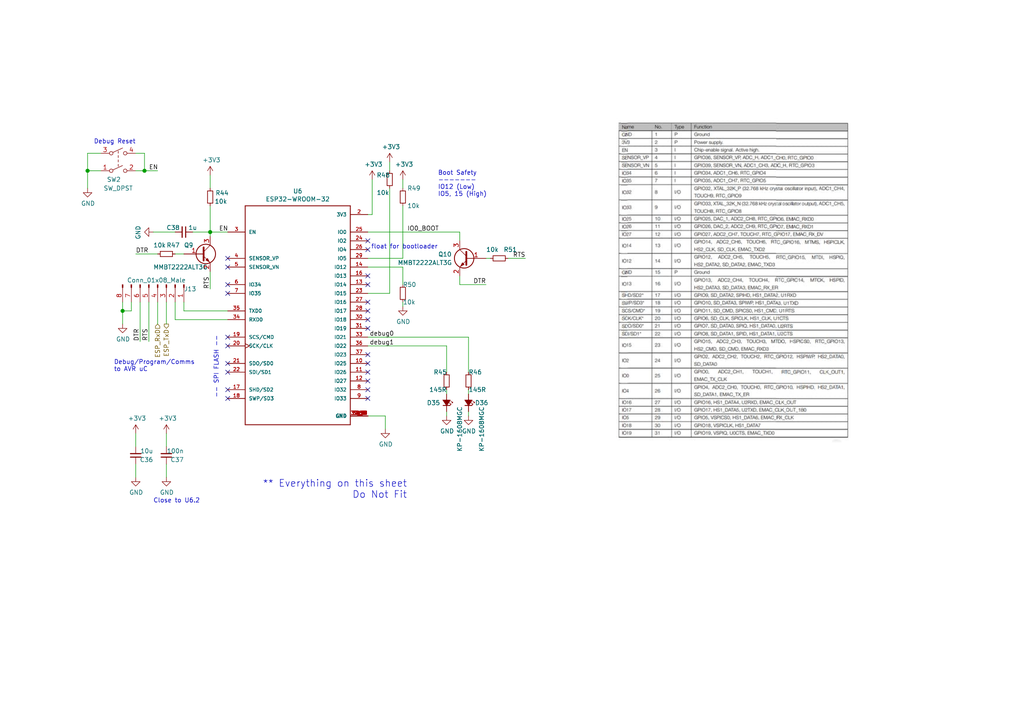
<source format=kicad_sch>
(kicad_sch (version 20231120) (generator "eeschema") (generator_version "8.0")
  (paper "A4")
  (title_block (title "Smart Desk Main PCB") (date "2024-06-14") (rev "1.0") (comment 1 "D.Rowntree"))
  (lib_symbols
    (symbol "Connector:Conn_01x08_Male" (pin_names (offset 1.016) hide)
      (property "Reference" "J" (at 0 10.16 0))
      (property "Value" "Conn_01x08_Male" (at 0 -12.7 0))
      (symbol "Conn_01x08_Male_1_1"
        (polyline (pts (xy 1.27 -10.16) (xy 0.8636 -10.16)) (stroke (width 0.1524)))
        (polyline (pts (xy 1.27 -7.62) (xy 0.8636 -7.62)) (stroke (width 0.1524)))
        (polyline (pts (xy 1.27 -5.08) (xy 0.8636 -5.08)) (stroke (width 0.1524)))
        (polyline (pts (xy 1.27 -2.54) (xy 0.8636 -2.54)) (stroke (width 0.1524)))
        (polyline (pts (xy 1.27 0) (xy 0.8636 0)) (stroke (width 0.1524)))
        (polyline (pts (xy 1.27 2.54) (xy 0.8636 2.54)) (stroke (width 0.1524)))
        (polyline (pts (xy 1.27 5.08) (xy 0.8636 5.08)) (stroke (width 0.1524)))
        (polyline (pts (xy 1.27 7.62) (xy 0.8636 7.62)) (stroke (width 0.1524)))
        (rectangle (start 0.8636 -10.033) (end 0 -10.287) (stroke (width 0.1524)) (fill (type outline)))
        (rectangle (start 0.8636 -7.493) (end 0 -7.747) (stroke (width 0.1524)) (fill (type outline)))
        (rectangle (start 0.8636 -4.953) (end 0 -5.207) (stroke (width 0.1524)) (fill (type outline)))
        (rectangle (start 0.8636 -2.413) (end 0 -2.667) (stroke (width 0.1524)) (fill (type outline)))
        (rectangle (start 0.8636 0.127) (end 0 -0.127) (stroke (width 0.1524)) (fill (type outline)))
        (rectangle (start 0.8636 2.667) (end 0 2.413) (stroke (width 0.1524)) (fill (type outline)))
        (rectangle (start 0.8636 5.207) (end 0 4.953) (stroke (width 0.1524)) (fill (type outline)))
        (rectangle (start 0.8636 7.747) (end 0 7.493) (stroke (width 0.1524)) (fill (type outline)))
        (pin passive line (at 5.08 7.62 180) (length 3.81) (name "Pin_1") (number "1"))
        (pin passive line (at 5.08 5.08 180) (length 3.81) (name "Pin_2") (number "2"))
        (pin passive line (at 5.08 2.54 180) (length 3.81) (name "Pin_3") (number "3"))
        (pin passive line (at 5.08 0 180) (length 3.81) (name "Pin_4") (number "4"))
        (pin passive line (at 5.08 -2.54 180) (length 3.81) (name "Pin_5") (number "5"))
        (pin passive line (at 5.08 -5.08 180) (length 3.81) (name "Pin_6") (number "6"))
        (pin passive line (at 5.08 -7.62 180) (length 3.81) (name "Pin_7") (number "7"))
        (pin passive line (at 5.08 -10.16 180) (length 3.81) (name "Pin_8") (number "8"))
      )
    )
    (symbol "Device:C_Small" (pin_numbers hide) (pin_names (offset 0.254) hide)
      (property "Reference" "C" (at 0.254 1.778 0))
      (property "Value" "C_Small" (at 0.254 -2.032 0))
      (symbol "C_Small_0_1"
        (polyline (pts (xy -1.524 -0.508) (xy 1.524 -0.508)) (stroke (width 0.3302)))
        (polyline (pts (xy -1.524 0.508) (xy 1.524 0.508)) (stroke (width 0.3048)))
      )
      (symbol "C_Small_1_1"
        (pin passive line (at 0 2.54 270) (length 2.032) (name "~") (number "1"))
        (pin passive line (at 0 -2.54 90) (length 2.032) (name "~") (number "2"))
      )
    )
    (symbol "Device:LED_Small_ALT" (pin_numbers hide) (pin_names (offset 0.254) hide)
      (property "Reference" "D" (at -1.27 3.175 0))
      (property "Value" "LED_Small_ALT" (at -4.445 -2.54 0))
      (symbol "LED_Small_ALT_0_1"
        (polyline (pts (xy -0.762 -1.016) (xy -0.762 1.016)) (stroke (width 0.254)))
        (polyline (pts (xy 1.016 0) (xy -0.762 0)))
        (polyline (pts (xy 0.762 -1.016) (xy -0.762 0) (xy 0.762 1.016) (xy 0.762 -1.016)) (stroke (width 0.254)) (fill (type outline)))
        (polyline (pts (xy 0 0.762) (xy -0.508 1.27) (xy -0.254 1.27) (xy -0.508 1.27) (xy -0.508 1.016)))
        (polyline (pts (xy 0.508 1.27) (xy 0 1.778) (xy 0.254 1.778) (xy 0 1.778) (xy 0 1.524)))
      )
      (symbol "LED_Small_ALT_1_1"
        (pin passive line (at -2.54 0 0) (length 1.778) (name "K") (number "1"))
        (pin passive line (at 2.54 0 180) (length 1.778) (name "A") (number "2"))
      )
    )
    (symbol "Device:Q_NPN_BEC" (pin_names (offset 0) hide)
      (property "Reference" "Q" (at 5.08 1.27 0))
      (property "Value" "Q_NPN_BEC" (at 5.08 -1.27 0))
      (symbol "Q_NPN_BEC_0_1"
        (polyline (pts (xy 0.635 0.635) (xy 2.54 2.54)))
        (polyline (pts (xy 0.635 -0.635) (xy 2.54 -2.54) (xy 2.54 -2.54)))
        (polyline (pts (xy 0.635 1.905) (xy 0.635 -1.905) (xy 0.635 -1.905)) (stroke (width 0.508)))
        (polyline (pts (xy 1.27 -1.778) (xy 1.778 -1.27) (xy 2.286 -2.286) (xy 1.27 -1.778) (xy 1.27 -1.778)) (fill (type outline)))
        (circle (center 1.27 0) (radius 2.8194) (stroke (width 0.254)))
      )
      (symbol "Q_NPN_BEC_1_1"
        (pin input line (at -5.08 0 0) (length 5.715) (name "B") (number "1"))
        (pin passive line (at 2.54 -5.08 90) (length 2.54) (name "E") (number "2"))
        (pin passive line (at 2.54 5.08 270) (length 2.54) (name "C") (number "3"))
      )
    )
    (symbol "Device:R_Small" (pin_numbers hide) (pin_names (offset 0.254) hide)
      (property "Reference" "R" (at 0.762 0.508 0))
      (property "Value" "R_Small" (at 0.762 -1.016 0))
      (symbol "R_Small_0_1"
        (rectangle (start -0.762 1.778) (end 0.762 -1.778) (stroke (width 0.2032)))
      )
      (symbol "R_Small_1_1"
        (pin passive line (at 0 2.54 270) (length 0.762) (name "~") (number "1"))
        (pin passive line (at 0 -2.54 90) (length 0.762) (name "~") (number "2"))
      )
    )
    (symbol "ESP32-WROOM-32:ESP32-WROOM-32" (pin_names (offset 1.016))
      (property "Reference" "U" (at -15.0368 31.5976 0))
      (property "Value" "ESP32-WROOM-32" (at -15.2908 -35.6616 0))
      (symbol "ESP32-WROOM-32_0_0"
        (polyline (pts (xy -15.24 -33.02) (xy -15.24 30.48)) (stroke (width 0.254)))
        (polyline (pts (xy -15.24 30.48) (xy 15.24 30.48)) (stroke (width 0.254)))
        (polyline (pts (xy 15.24 -33.02) (xy -15.24 -33.02)) (stroke (width 0.254)))
        (polyline (pts (xy 15.24 30.48) (xy 15.24 -33.02)) (stroke (width 0.254)))
        (pin power_in line (at 20.32 -30.48 180) (length 5.08) (name "GND") (number "1"))
        (pin bidirectional line (at 20.32 -15.24 180) (length 5.08) (name "IO25") (number "10"))
        (pin bidirectional line (at 20.32 -17.78 180) (length 5.08) (name "IO26") (number "11"))
        (pin bidirectional line (at 20.32 -20.32 180) (length 5.08) (name "IO27") (number "12"))
        (pin bidirectional line (at 20.32 7.62 180) (length 5.08) (name "IO14") (number "13"))
        (pin bidirectional line (at 20.32 12.7 180) (length 5.08) (name "IO12") (number "14"))
        (pin power_in line (at 20.32 -30.48 180) (length 5.08) (name "GND") (number "15"))
        (pin bidirectional line (at 20.32 10.16 180) (length 5.08) (name "IO13") (number "16"))
        (pin bidirectional line (at -20.32 -22.86 0) (length 5.08) (name "SHD/SD2") (number "17"))
        (pin bidirectional line (at -20.32 -25.4 0) (length 5.08) (name "SWP/SD3") (number "18"))
        (pin bidirectional line (at -20.32 -7.62 0) (length 5.08) (name "SCS/CMD") (number "19"))
        (pin power_in line (at 20.32 27.94 180) (length 5.08) (name "3V3") (number "2"))
        (pin bidirectional clock (at -20.32 -10.16 0) (length 5.08) (name "SCK/CLK") (number "20"))
        (pin bidirectional line (at -20.32 -15.24 0) (length 5.08) (name "SDO/SD0") (number "21"))
        (pin bidirectional line (at -20.32 -17.78 0) (length 5.08) (name "SDI/SD1") (number "22"))
        (pin bidirectional line (at 20.32 5.08 180) (length 5.08) (name "IO15") (number "23"))
        (pin bidirectional line (at 20.32 20.32 180) (length 5.08) (name "IO2") (number "24"))
        (pin bidirectional line (at 20.32 22.86 180) (length 5.08) (name "IO0") (number "25"))
        (pin bidirectional line (at 20.32 17.78 180) (length 5.08) (name "IO4") (number "26"))
        (pin bidirectional line (at 20.32 2.54 180) (length 5.08) (name "IO16") (number "27"))
        (pin bidirectional line (at 20.32 0 180) (length 5.08) (name "IO17") (number "28"))
        (pin bidirectional line (at 20.32 15.24 180) (length 5.08) (name "IO5") (number "29"))
        (pin input line (at -20.32 22.86 0) (length 5.08) (name "EN") (number "3"))
        (pin bidirectional line (at 20.32 -2.54 180) (length 5.08) (name "IO18") (number "30"))
        (pin bidirectional line (at 20.32 -5.08 180) (length 5.08) (name "IO19") (number "31"))
        (pin bidirectional line (at 20.32 -7.62 180) (length 5.08) (name "IO21") (number "33"))
        (pin bidirectional line (at -20.32 -2.54 0) (length 5.08) (name "RXD0") (number "34"))
        (pin bidirectional line (at -20.32 0 0) (length 5.08) (name "TXD0") (number "35"))
        (pin bidirectional line (at 20.32 -10.16 180) (length 5.08) (name "IO22") (number "36"))
        (pin bidirectional line (at 20.32 -12.7 180) (length 5.08) (name "IO23") (number "37"))
        (pin power_in line (at 20.32 -30.48 180) (length 5.08) (name "GND") (number "38"))
        (pin power_in line (at 20.32 -30.48 180) (length 5.08) (name "GND") (number "39_1"))
        (pin power_in line (at 20.32 -30.48 180) (length 5.08) (name "GND") (number "39_10"))
        (pin power_in line (at 20.32 -30.48 180) (length 5.08) (name "GND") (number "39_11"))
        (pin power_in line (at 20.32 -30.48 180) (length 5.08) (name "GND") (number "39_12"))
        (pin power_in line (at 20.32 -30.48 180) (length 5.08) (name "GND") (number "39_13"))
        (pin power_in line (at 20.32 -30.48 180) (length 5.08) (name "GND") (number "39_14"))
        (pin power_in line (at 20.32 -30.48 180) (length 5.08) (name "GND") (number "39_15"))
        (pin power_in line (at 20.32 -30.48 180) (length 5.08) (name "GND") (number "39_16"))
        (pin power_in line (at 20.32 -30.48 180) (length 5.08) (name "GND") (number "39_17"))
        (pin power_in line (at 20.32 -30.48 180) (length 5.08) (name "GND") (number "39_18"))
        (pin power_in line (at 20.32 -30.48 180) (length 5.08) (name "GND") (number "39_19"))
        (pin power_in line (at 20.32 -30.48 180) (length 5.08) (name "GND") (number "39_2"))
        (pin power_in line (at 20.32 -30.48 180) (length 5.08) (name "GND") (number "39_20"))
        (pin power_in line (at 20.32 -30.48 180) (length 5.08) (name "GND") (number "39_21"))
        (pin power_in line (at 20.32 -30.48 180) (length 5.08) (name "GND") (number "39_3"))
        (pin power_in line (at 20.32 -30.48 180) (length 5.08) (name "GND") (number "39_4"))
        (pin power_in line (at 20.32 -30.48 180) (length 5.08) (name "GND") (number "39_5"))
        (pin power_in line (at 20.32 -30.48 180) (length 5.08) (name "GND") (number "39_6"))
        (pin power_in line (at 20.32 -30.48 180) (length 5.08) (name "GND") (number "39_7"))
        (pin power_in line (at 20.32 -30.48 180) (length 5.08) (name "GND") (number "39_8"))
        (pin power_in line (at 20.32 -30.48 180) (length 5.08) (name "GND") (number "39_9"))
        (pin input line (at -20.32 15.24 0) (length 5.08) (name "SENSOR_VP") (number "4"))
        (pin input line (at -20.32 12.7 0) (length 5.08) (name "SENSOR_VN") (number "5"))
        (pin input line (at -20.32 7.62 0) (length 5.08) (name "IO34") (number "6"))
        (pin input line (at -20.32 5.08 0) (length 5.08) (name "IO35") (number "7"))
        (pin bidirectional line (at 20.32 -22.86 180) (length 5.08) (name "IO32") (number "8"))
        (pin bidirectional line (at 20.32 -25.4 180) (length 5.08) (name "IO33") (number "9"))
      )
    )
    (symbol "Switch:SW_DPST" (pin_names (offset 0) hide)
      (property "Reference" "SW" (at 0 5.08 0))
      (property "Value" "SW_DPST" (at 0 -5.08 0))
      (symbol "SW_DPST_0_0"
        (circle (center -2.032 -2.54) (radius 0.508))
        (circle (center -2.032 2.54) (radius 0.508))
        (polyline (pts (xy -1.524 -2.286) (xy 1.27 -1.016)))
        (polyline (pts (xy -1.524 2.794) (xy 1.27 4.064)))
        (polyline (pts (xy 0 -1.27) (xy 0 -0.635)))
        (polyline (pts (xy 0 0) (xy 0 0.635)))
        (polyline (pts (xy 0 1.27) (xy 0 1.905)))
        (polyline (pts (xy 0 2.54) (xy 0 3.175)))
        (circle (center 2.032 -2.54) (radius 0.508))
        (circle (center 2.032 2.54) (radius 0.508))
      )
      (symbol "SW_DPST_1_1"
        (pin passive line (at -5.08 -2.54 0) (length 2.54) (name "1") (number "1"))
        (pin passive line (at 5.08 -2.54 180) (length 2.54) (name "2") (number "2"))
        (pin passive line (at -5.08 2.54 0) (length 2.54) (name "3") (number "3"))
        (pin passive line (at 5.08 2.54 180) (length 2.54) (name "4") (number "4"))
      )
    )
    (symbol "power:+3.3V" (power) (pin_names (offset 0))
      (property "Value" "+3.3V" (at 0 3.556 0))
      (symbol "+3.3V_0_1"
        (polyline (pts (xy -0.762 1.27) (xy 0 2.54)))
        (polyline (pts (xy 0 0) (xy 0 2.54)))
        (polyline (pts (xy 0 2.54) (xy 0.762 1.27)))
      )
      (symbol "+3.3V_1_1"
        (pin power_in line (at 0 0 90) (length 0) hide (name "+3V3") (number "1"))
      )
    )
    (symbol "power:GND" (power) (pin_names (offset 0))
      (property "Value" "GND" (at 0 -3.81 0))
      (symbol "GND_0_1"
        (polyline (pts (xy 0 0) (xy 0 -1.27) (xy 1.27 -1.27) (xy 0 -2.54) (xy -1.27 -1.27) (xy 0 -1.27)))
      )
      (symbol "GND_1_1"
        (pin power_in line (at 0 0 270) (length 0) hide (name "GND") (number "1"))
      )
    )
  )
  (junction (at 60.96 67.31) (diameter 1.016))
  (junction (at 35.56 90.17) (diameter 1.016))
  (junction (at 41.91 49.53) (diameter 1.016))
  (junction (at 25.4 49.53) (diameter 1.016))
  (no_connect (at 106.68 107.95))
  (no_connect (at 106.68 95.25))
  (no_connect (at 106.68 82.55))
  (no_connect (at 106.68 110.49))
  (no_connect (at 106.68 69.85))
  (no_connect (at 66.04 74.93))
  (no_connect (at 106.68 90.17))
  (no_connect (at 66.04 107.95))
  (no_connect (at 66.04 113.03))
  (no_connect (at 66.04 85.09))
  (no_connect (at 106.68 102.87))
  (no_connect (at 106.68 72.39))
  (no_connect (at 106.68 105.41))
  (no_connect (at 106.68 113.03))
  (no_connect (at 66.04 82.55))
  (no_connect (at 106.68 87.63))
  (no_connect (at 106.68 115.57))
  (no_connect (at 106.68 92.71))
  (no_connect (at 66.04 115.57))
  (no_connect (at 66.04 100.33))
  (no_connect (at 106.68 80.01))
  (no_connect (at 66.04 105.41))
  (no_connect (at 66.04 97.79))
  (no_connect (at 66.04 77.47))
  (wire (pts (xy 60.96 67.31) (xy 66.04 67.31)))
  (wire (pts (xy 116.84 74.93) (xy 116.84 59.69)))
  (wire (pts (xy 133.35 67.31) (xy 133.35 69.85)))
  (wire (pts (xy 60.96 78.74) (xy 60.96 83.82)))
  (wire (pts (xy 50.8 92.71) (xy 66.04 92.71)))
  (wire (pts (xy 133.35 82.55) (xy 140.97 82.55)))
  (wire (pts (xy 113.03 46.99) (xy 113.03 49.53)))
  (wire (pts (xy 135.89 119.38) (xy 135.89 120.65)))
  (wire (pts (xy 133.35 80.01) (xy 133.35 82.55)))
  (wire (pts (xy 129.54 113.03) (xy 129.54 114.3)))
  (wire (pts (xy 25.4 49.53) (xy 25.4 44.45)))
  (wire (pts (xy 106.68 97.79) (xy 135.89 97.79)))
  (wire (pts (xy 147.32 74.93) (xy 152.4 74.93)))
  (wire (pts (xy 60.96 50.8) (xy 60.96 54.61)))
  (wire (pts (xy 44.45 67.31) (xy 50.8 67.31)))
  (wire (pts (xy 29.21 49.53) (xy 25.4 49.53)))
  (wire (pts (xy 25.4 54.61) (xy 25.4 49.53)))
  (wire (pts (xy 135.89 97.79) (xy 135.89 107.95)))
  (wire (pts (xy 45.72 87.63) (xy 45.72 93.98)))
  (wire (pts (xy 116.84 87.63) (xy 116.84 88.9)))
  (wire (pts (xy 39.37 44.45) (xy 41.91 44.45)))
  (wire (pts (xy 25.4 44.45) (xy 29.21 44.45)))
  (wire (pts (xy 53.34 90.17) (xy 53.34 87.63)))
  (wire (pts (xy 48.26 87.63) (xy 48.26 93.98)))
  (wire (pts (xy 129.54 119.38) (xy 129.54 120.65)))
  (wire (pts (xy 106.68 74.93) (xy 116.84 74.93)))
  (wire (pts (xy 60.96 59.69) (xy 60.96 67.31)))
  (wire (pts (xy 60.96 68.58) (xy 60.96 67.31)))
  (wire (pts (xy 41.91 49.53) (xy 45.72 49.53)))
  (wire (pts (xy 140.97 74.93) (xy 142.24 74.93)))
  (wire (pts (xy 39.37 134.62) (xy 39.37 138.43)))
  (wire (pts (xy 135.89 113.03) (xy 135.89 114.3)))
  (wire (pts (xy 48.26 134.62) (xy 48.26 138.43)))
  (wire (pts (xy 106.68 67.31) (xy 133.35 67.31)))
  (wire (pts (xy 53.34 90.17) (xy 66.04 90.17)))
  (wire (pts (xy 106.68 77.47) (xy 116.84 77.47)))
  (wire (pts (xy 107.95 52.07) (xy 107.95 62.23)))
  (wire (pts (xy 116.84 52.07) (xy 116.84 54.61)))
  (wire (pts (xy 129.54 100.33) (xy 106.68 100.33)))
  (wire (pts (xy 129.54 100.33) (xy 129.54 107.95)))
  (wire (pts (xy 35.56 87.63) (xy 35.56 90.17)))
  (wire (pts (xy 113.03 85.09) (xy 113.03 54.61)))
  (wire (pts (xy 45.72 73.66) (xy 39.37 73.66)))
  (wire (pts (xy 50.8 73.66) (xy 53.34 73.66)))
  (wire (pts (xy 111.76 120.65) (xy 111.76 124.46)))
  (wire (pts (xy 41.91 44.45) (xy 41.91 49.53)))
  (wire (pts (xy 38.1 87.63) (xy 38.1 90.17)))
  (wire (pts (xy 50.8 92.71) (xy 50.8 87.63)))
  (wire (pts (xy 35.56 90.17) (xy 35.56 93.98)))
  (wire (pts (xy 106.68 85.09) (xy 113.03 85.09)))
  (wire (pts (xy 106.68 120.65) (xy 111.76 120.65)))
  (wire (pts (xy 39.37 49.53) (xy 41.91 49.53)))
  (wire (pts (xy 39.37 125.73) (xy 39.37 129.54)))
  (wire (pts (xy 38.1 90.17) (xy 35.56 90.17)))
  (wire (pts (xy 43.18 87.63) (xy 43.18 99.06)))
  (wire (pts (xy 107.95 62.23) (xy 106.68 62.23)))
  (wire (pts (xy 40.64 87.63) (xy 40.64 99.06)))
  (wire (pts (xy 116.84 77.47) (xy 116.84 82.55)))
  (wire (pts (xy 55.88 67.31) (xy 60.96 67.31)))
  (wire (pts (xy 48.26 125.73) (xy 48.26 129.54)))
  (image (at 212.09 81.28) (scale 0.473333))
  (text "Boot Safety\n-------\nIO12 (Low)\nIO5, 15 (High)" (at 127 57.15 0) (effects (font (size 1.27 1.27)) (justify left bottom)))
  (text "** Everything on this sheet\nDo Not Fit" (at 118.11 144.78 0) (effects (font (size 2.0066 2.0066)) (justify right bottom)))
  (text "Debug/Program/Comms\nto AVR uC" (at 33.02 107.95 0) (effects (font (size 1.27 1.27)) (justify left bottom)))
  (text "Debug Reset" (at 39.37 41.91 0) (effects (font (size 1.27 1.27)) (justify right bottom)))
  (text "float for bootloader" (at 127 72.39 0) (effects (font (size 1.27 1.27)) (justify right bottom)))
  (text "Close to U6.2" (at 44.45 146.05 0) (effects (font (size 1.27 1.27)) (justify left bottom)))
  (text "-- SPI FLASH --" (at 63.5 115.57 90) (effects (font (size 1.27 1.27)) (justify left bottom)))
  (label "DTR" (at 39.37 73.66 0))
  (label "DTR" (at 140.97 82.55 180))
  (label "DTR" (at 40.64 95.25 270))
  (label "RTS" (at 152.4 74.93 180))
  (label "debug1" (at 114.3 100.33 180))
  (label "RTS" (at 43.18 95.25 270))
  (label "debug0" (at 114.3 97.79 180))
  (label "EN" (at 43.18 49.53 0))
  (label "IO0_BOOT" (at 118.11 67.31 0))
  (label "RTS" (at 60.96 83.82 90))
  (label "EN" (at 63.5 67.31 0))
  (hierarchical_label "ESP_RxD" (shape input) (at 45.72 93.98 270))
  (hierarchical_label "ESP_TxD" (shape output) (at 48.26 93.98 270))
  (symbol (lib_id "ESP32-WROOM-32:ESP32-WROOM-32") (at 86.36 90.17 0) (unit 1)
    (property "Reference" "U6" (at 86.36 55.4482 0))
    (property "Value" "ESP32-WROOM-32" (at 86.36 57.7596 0))
    (property "Footprint" "SmartDesk:MODULE_ESP32-WROOM-32" (effects (hide yes)))
    (property "Datasheet" "3.2 mm" (effects (hide yes)))
    (property "Field4" "2.9" (effects (hide yes)))
    (property "Field5" "Manufacturer Recommendations" (effects (hide yes)))
    (property "Field6" "Espressif Systems" (effects (hide yes)))
    (property "FITMENT" "no" (effects (hide yes)))
  )
  (symbol (lib_id "power:GND") (at 111.76 124.46 0) (unit 1)
    (property "Reference" "#PWR028" (effects (hide yes)))
    (property "Value" "GND" (at 111.887 128.8542 0))
  )
  (symbol (lib_id "power:+3.3V") (at 107.95 52.07 0) (unit 1)
    (property "Reference" "#PWR029" (effects (hide yes)))
    (property "Value" "+3V3" (at 108.331 47.6758 0))
  )
  (symbol (lib_id "Device:R_Small") (at 60.96 57.15 0) (unit 1)
    (property "Reference" "R44" (at 62.4586 55.9816 0) (effects (justify left)))
    (property "Value" "10k" (at 62.23 58.42 0) (effects (justify left)))
    (property "Footprint" "Resistor_SMD:R_0603_1608Metric" (effects (hide yes)))
    (property "FITMENT" "no" (effects (hide yes)))
  )
  (symbol (lib_id "Device:C_Small") (at 53.34 67.31 270) (unit 1)
    (property "Reference" "C38" (at 48.26 66.04 90) (effects (justify left)))
    (property "Value" "1u" (at 54.61 66.04 90) (effects (justify left)))
    (property "Footprint" "Capacitor_SMD:C_0603_1608Metric" (effects (hide yes)))
    (property "FITMENT" "no" (effects (hide yes)))
  )
  (symbol (lib_id "Device:C_Small") (at 39.37 132.08 180) (unit 1)
    (property "Reference" "C36" (at 44.45 133.35 0) (effects (justify left)))
    (property "Value" "10u" (at 44.45 130.81 0) (effects (justify left)))
    (property "Footprint" "Capacitor_SMD:C_0603_1608Metric" (effects (hide yes)))
    (property "FITMENT" "no" (effects (hide yes)))
  )
  (symbol (lib_id "Device:C_Small") (at 48.26 132.08 180) (unit 1)
    (property "Reference" "C37" (at 53.34 133.35 0) (effects (justify left)))
    (property "Value" "100n" (at 53.34 130.81 0) (effects (justify left)))
    (property "Footprint" "Capacitor_SMD:C_0603_1608Metric" (effects (hide yes)))
    (property "FITMENT" "no" (effects (hide yes)))
  )
  (symbol (lib_id "power:GND") (at 39.37 138.43 0) (unit 1)
    (property "Reference" "#PWR08" (effects (hide yes)))
    (property "Value" "GND" (at 39.497 142.8242 0))
  )
  (symbol (lib_id "power:GND") (at 48.26 138.43 0) (unit 1)
    (property "Reference" "#PWR026" (effects (hide yes)))
    (property "Value" "GND" (at 48.387 142.8242 0))
  )
  (symbol (lib_id "power:GND") (at 44.45 67.31 270) (unit 1)
    (property "Reference" "#PWR024" (effects (hide yes)))
    (property "Value" "GND" (at 40.0558 67.437 0))
  )
  (symbol (lib_id "power:+3.3V") (at 60.96 50.8 0) (unit 1)
    (property "Reference" "#PWR027" (effects (hide yes)))
    (property "Value" "+3V3" (at 61.341 46.4058 0))
  )
  (symbol (lib_id "power:+3.3V") (at 39.37 125.73 0) (unit 1)
    (property "Reference" "#PWR05" (effects (hide yes)))
    (property "Value" "+3V3" (at 39.751 121.3358 0))
  )
  (symbol (lib_id "power:+3.3V") (at 48.26 125.73 0) (unit 1)
    (property "Reference" "#PWR025" (effects (hide yes)))
    (property "Value" "+3V3" (at 48.641 121.3358 0))
  )
  (symbol (lib_id "Connector:Conn_01x08_Male") (at 45.72 82.55 270) (unit 1)
    (property "Reference" "J13" (at 53.34 83.82 90) (effects (justify left)))
    (property "Value" "Conn_01x08_Male" (at 36.83 81.28 90) (effects (justify left)))
    (property "Footprint" "Pin_Headers:Pin_Header_Straight_2x04_Pitch2.54mm" (effects (hide yes)))
    (property "FITMENT" "no" (effects (hide yes)))
  )
  (symbol (lib_id "power:GND") (at 35.56 93.98 0) (unit 1)
    (property "Reference" "#PWR031" (effects (hide yes)))
    (property "Value" "GND" (at 35.687 98.3742 0))
  )
  (symbol (lib_id "Device:R_Small") (at 129.54 110.49 0) (unit 1)
    (property "Reference" "R45" (at 125.73 107.95 0) (effects (justify left)))
    (property "Value" "145R" (at 124.46 113.03 0) (effects (justify left)))
    (property "Footprint" "Resistor_SMD:R_0603_1608Metric" (effects (hide yes)))
    (property "FITMENT" "no" (effects (hide yes)))
  )
  (symbol (lib_id "Device:R_Small") (at 135.89 110.49 0) (unit 1)
    (property "Reference" "R46" (at 135.89 107.95 0) (effects (justify left)))
    (property "Value" "145R" (at 135.89 113.03 0) (effects (justify left)))
    (property "Footprint" "Resistor_SMD:R_0603_1608Metric" (effects (hide yes)))
    (property "FITMENT" "no" (effects (hide yes)))
  )
  (symbol (lib_id "power:GND") (at 129.54 120.65 0) (unit 1)
    (property "Reference" "#PWR032" (effects (hide yes)))
    (property "Value" "GND" (at 129.667 125.0442 0))
  )
  (symbol (lib_id "power:GND") (at 135.89 120.65 0) (unit 1)
    (property "Reference" "#PWR033" (effects (hide yes)))
    (property "Value" "GND" (at 136.017 125.0442 0))
  )
  (symbol (lib_id "Device:LED_Small_ALT") (at 129.54 116.84 270) (mirror x) (unit 1)
    (property "Reference" "D35" (at 125.73 116.84 90))
    (property "Value" "KP-1608MGC" (at 133.35 124.46 0))
    (property "Footprint" "LED_SMD:LED_0603_1608Metric" (effects (hide yes)))
    (property "FITMENT" "no" (effects (hide yes)))
  )
  (symbol (lib_id "Device:LED_Small_ALT") (at 135.89 116.84 270) (mirror x) (unit 1)
    (property "Reference" "D36" (at 139.7 116.84 90))
    (property "Value" "KP-1608MGC" (at 139.7 124.46 0))
    (property "Footprint" "LED_SMD:LED_0603_1608Metric" (effects (hide yes)))
    (property "FITMENT" "no" (effects (hide yes)))
  )
  (symbol (lib_id "Device:R_Small") (at 116.84 57.15 0) (unit 1)
    (property "Reference" "R49" (at 118.11 54.61 0) (effects (justify left)))
    (property "Value" "10k" (at 118.11 59.69 0) (effects (justify left)))
    (property "Footprint" "Resistor_SMD:R_0603_1608Metric" (effects (hide yes)))
    (property "FITMENT" "no" (effects (hide yes)))
  )
  (symbol (lib_id "Device:R_Small") (at 116.84 85.09 0) (unit 1)
    (property "Reference" "R50" (at 116.84 82.55 0) (effects (justify left)))
    (property "Value" "10k" (at 116.84 87.63 0) (effects (justify left)))
    (property "Footprint" "Resistor_SMD:R_0603_1608Metric" (effects (hide yes)))
  )
  (symbol (lib_id "power:GND") (at 116.84 88.9 0) (unit 1)
    (property "Reference" "#PWR035" (effects (hide yes)))
    (property "Value" "GND" (at 116.967 93.2942 0))
  )
  (symbol (lib_id "power:+3.3V") (at 116.84 52.07 0) (unit 1)
    (property "Reference" "#PWR034" (effects (hide yes)))
    (property "Value" "+3V3" (at 117.221 47.6758 0))
  )
  (symbol (lib_id "Device:R_Small") (at 113.03 52.07 0) (unit 1)
    (property "Reference" "R48" (at 109.22 50.8 0) (effects (justify left)))
    (property "Value" "10k" (at 109.22 55.88 0) (effects (justify left)))
    (property "Footprint" "Resistor_SMD:R_0603_1608Metric" (effects (hide yes)))
    (property "FITMENT" "no" (effects (hide yes)))
  )
  (symbol (lib_id "power:+3.3V") (at 113.03 46.99 0) (unit 1)
    (property "Reference" "#PWR030" (effects (hide yes)))
    (property "Value" "+3V3" (at 113.411 42.5958 0))
  )
  (symbol (lib_id "Device:Q_NPN_BEC") (at 58.42 73.66 0) (unit 1)
    (property "Reference" "Q9" (at 53.34 71.12 0) (effects (justify left)))
    (property "Value" "MMBT2222ALT3G " (at 44.45 77.47 0) (effects (justify left)))
    (property "Footprint" "Package_TO_SOT_SMD:SOT-23" (effects (hide yes)))
    (property "Datasheet" "http://www.fairchildsemi.com/ds/PN/PN2222A.pdf" (effects (hide yes)))
    (property "FITMENT" "no" (effects (hide yes)))
    (property "CHECKED" "y" (effects (hide yes)))
  )
  (symbol (lib_id "Device:Q_NPN_BEC") (at 135.89 74.93 0) (mirror y) (unit 1)
    (property "Reference" "Q10" (at 131.0386 73.7616 0) (effects (justify left)))
    (property "Value" "MMBT2222ALT3G " (at 132.08 76.2 0) (effects (justify left)))
    (property "Footprint" "Package_TO_SOT_SMD:SOT-23" (effects (hide yes)))
    (property "Datasheet" "http://www.fairchildsemi.com/ds/PN/PN2222A.pdf" (effects (hide yes)))
    (property "FITMENT" "no" (effects (hide yes)))
    (property "CHECKED" "y" (effects (hide yes)))
  )
  (symbol (lib_id "Device:R_Small") (at 144.78 74.93 270) (unit 1)
    (property "Reference" "R51" (at 146.05 72.39 90) (effects (justify left)))
    (property "Value" "10k" (at 140.97 72.39 90) (effects (justify left)))
    (property "Footprint" "Resistor_SMD:R_0603_1608Metric" (effects (hide yes)))
    (property "FITMENT" "no" (effects (hide yes)))
  )
  (symbol (lib_id "Device:R_Small") (at 48.26 73.66 270) (unit 1)
    (property "Reference" "R47" (at 48.26 71.12 90) (effects (justify left)))
    (property "Value" "10k" (at 44.45 71.12 90) (effects (justify left)))
    (property "Footprint" "Resistor_SMD:R_0603_1608Metric" (effects (hide yes)))
    (property "FITMENT" "no" (effects (hide yes)))
  )
  (symbol (lib_id "Switch:SW_DPST") (at 34.29 46.99 0) (unit 1)
    (property "Reference" "SW2" (at 33.02 52.07 0))
    (property "Value" "SW_DPST" (at 34.29 54.61 0))
    (property "Footprint" "SmartDesk:2-1437565-8" (effects (hide yes)))
    (property "FITMENT" " no" (effects (hide yes)))
  )
  (symbol (lib_id "power:GND") (at 25.4 54.61 0) (unit 1)
    (property "Reference" "#PWR036" (effects (hide yes)))
    (property "Value" "GND" (at 25.527 59.0042 0))
  )
)
</source>
